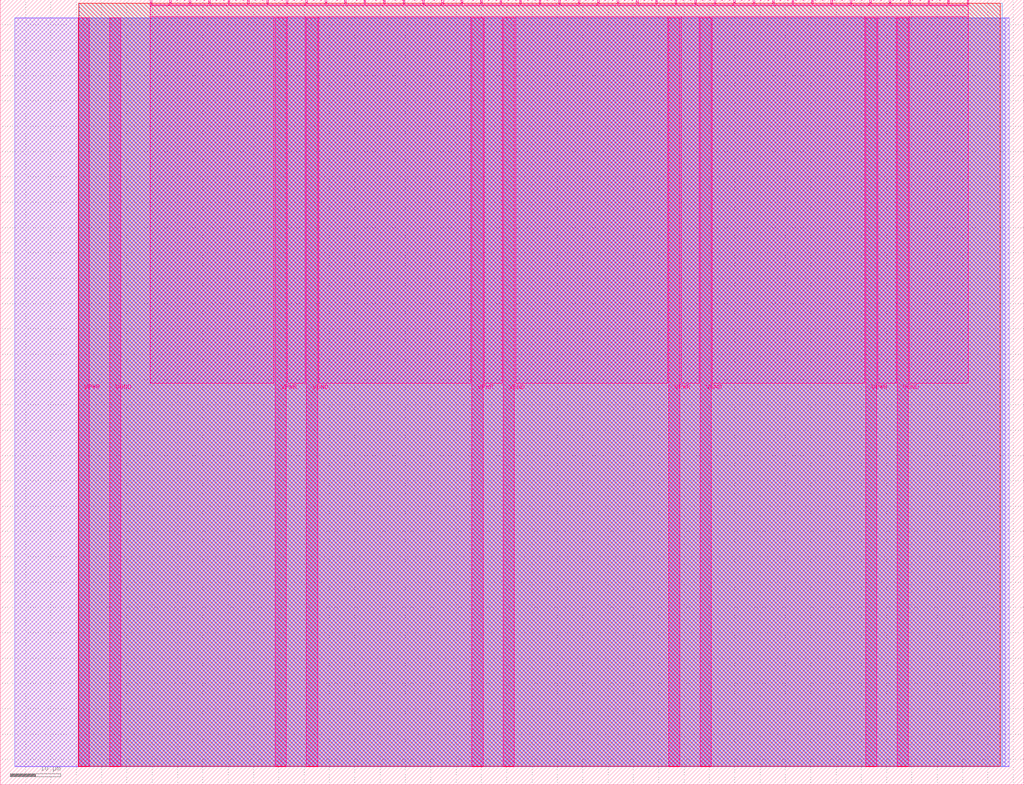
<source format=lef>
VERSION 5.7 ;
  NOWIREEXTENSIONATPIN ON ;
  DIVIDERCHAR "/" ;
  BUSBITCHARS "[]" ;
MACRO tt_um_rejunity_decoder
  CLASS BLOCK ;
  FOREIGN tt_um_rejunity_decoder ;
  ORIGIN 0.000 0.000 ;
  SIZE 202.080 BY 154.980 ;
  PIN VGND
    DIRECTION INOUT ;
    USE GROUND ;
    PORT
      LAYER Metal5 ;
        RECT 21.580 3.560 23.780 151.420 ;
    END
    PORT
      LAYER Metal5 ;
        RECT 60.450 3.560 62.650 151.420 ;
    END
    PORT
      LAYER Metal5 ;
        RECT 99.320 3.560 101.520 151.420 ;
    END
    PORT
      LAYER Metal5 ;
        RECT 138.190 3.560 140.390 151.420 ;
    END
    PORT
      LAYER Metal5 ;
        RECT 177.060 3.560 179.260 151.420 ;
    END
  END VGND
  PIN VPWR
    DIRECTION INOUT ;
    USE POWER ;
    PORT
      LAYER Metal5 ;
        RECT 15.380 3.560 17.580 151.420 ;
    END
    PORT
      LAYER Metal5 ;
        RECT 54.250 3.560 56.450 151.420 ;
    END
    PORT
      LAYER Metal5 ;
        RECT 93.120 3.560 95.320 151.420 ;
    END
    PORT
      LAYER Metal5 ;
        RECT 131.990 3.560 134.190 151.420 ;
    END
    PORT
      LAYER Metal5 ;
        RECT 170.860 3.560 173.060 151.420 ;
    END
  END VPWR
  PIN clk
    DIRECTION INPUT ;
    USE SIGNAL ;
    PORT
      LAYER Metal5 ;
        RECT 187.050 153.980 187.350 154.980 ;
    END
  END clk
  PIN ena
    DIRECTION INPUT ;
    USE SIGNAL ;
    ANTENNAGATEAREA 0.213200 ;
    PORT
      LAYER Metal5 ;
        RECT 190.890 153.980 191.190 154.980 ;
    END
  END ena
  PIN rst_n
    DIRECTION INPUT ;
    USE SIGNAL ;
    PORT
      LAYER Metal5 ;
        RECT 183.210 153.980 183.510 154.980 ;
    END
  END rst_n
  PIN ui_in[0]
    DIRECTION INPUT ;
    USE SIGNAL ;
    ANTENNAGATEAREA 0.180700 ;
    PORT
      LAYER Metal5 ;
        RECT 179.370 153.980 179.670 154.980 ;
    END
  END ui_in[0]
  PIN ui_in[1]
    DIRECTION INPUT ;
    USE SIGNAL ;
    ANTENNAGATEAREA 0.213200 ;
    PORT
      LAYER Metal5 ;
        RECT 175.530 153.980 175.830 154.980 ;
    END
  END ui_in[1]
  PIN ui_in[2]
    DIRECTION INPUT ;
    USE SIGNAL ;
    ANTENNAGATEAREA 0.213200 ;
    PORT
      LAYER Metal5 ;
        RECT 171.690 153.980 171.990 154.980 ;
    END
  END ui_in[2]
  PIN ui_in[3]
    DIRECTION INPUT ;
    USE SIGNAL ;
    ANTENNAGATEAREA 0.393900 ;
    PORT
      LAYER Metal5 ;
        RECT 167.850 153.980 168.150 154.980 ;
    END
  END ui_in[3]
  PIN ui_in[4]
    DIRECTION INPUT ;
    USE SIGNAL ;
    ANTENNAGATEAREA 0.393900 ;
    PORT
      LAYER Metal5 ;
        RECT 164.010 153.980 164.310 154.980 ;
    END
  END ui_in[4]
  PIN ui_in[5]
    DIRECTION INPUT ;
    USE SIGNAL ;
    ANTENNAGATEAREA 0.213200 ;
    PORT
      LAYER Metal5 ;
        RECT 160.170 153.980 160.470 154.980 ;
    END
  END ui_in[5]
  PIN ui_in[6]
    DIRECTION INPUT ;
    USE SIGNAL ;
    ANTENNAGATEAREA 0.213200 ;
    PORT
      LAYER Metal5 ;
        RECT 156.330 153.980 156.630 154.980 ;
    END
  END ui_in[6]
  PIN ui_in[7]
    DIRECTION INPUT ;
    USE SIGNAL ;
    ANTENNAGATEAREA 0.213200 ;
    PORT
      LAYER Metal5 ;
        RECT 152.490 153.980 152.790 154.980 ;
    END
  END ui_in[7]
  PIN uio_in[0]
    DIRECTION INPUT ;
    USE SIGNAL ;
    PORT
      LAYER Metal5 ;
        RECT 148.650 153.980 148.950 154.980 ;
    END
  END uio_in[0]
  PIN uio_in[1]
    DIRECTION INPUT ;
    USE SIGNAL ;
    PORT
      LAYER Metal5 ;
        RECT 144.810 153.980 145.110 154.980 ;
    END
  END uio_in[1]
  PIN uio_in[2]
    DIRECTION INPUT ;
    USE SIGNAL ;
    PORT
      LAYER Metal5 ;
        RECT 140.970 153.980 141.270 154.980 ;
    END
  END uio_in[2]
  PIN uio_in[3]
    DIRECTION INPUT ;
    USE SIGNAL ;
    PORT
      LAYER Metal5 ;
        RECT 137.130 153.980 137.430 154.980 ;
    END
  END uio_in[3]
  PIN uio_in[4]
    DIRECTION INPUT ;
    USE SIGNAL ;
    PORT
      LAYER Metal5 ;
        RECT 133.290 153.980 133.590 154.980 ;
    END
  END uio_in[4]
  PIN uio_in[5]
    DIRECTION INPUT ;
    USE SIGNAL ;
    PORT
      LAYER Metal5 ;
        RECT 129.450 153.980 129.750 154.980 ;
    END
  END uio_in[5]
  PIN uio_in[6]
    DIRECTION INPUT ;
    USE SIGNAL ;
    PORT
      LAYER Metal5 ;
        RECT 125.610 153.980 125.910 154.980 ;
    END
  END uio_in[6]
  PIN uio_in[7]
    DIRECTION INPUT ;
    USE SIGNAL ;
    ANTENNAGATEAREA 0.213200 ;
    PORT
      LAYER Metal5 ;
        RECT 121.770 153.980 122.070 154.980 ;
    END
  END uio_in[7]
  PIN uio_oe[0]
    DIRECTION OUTPUT ;
    USE SIGNAL ;
    ANTENNADIFFAREA 0.392700 ;
    PORT
      LAYER Metal5 ;
        RECT 56.490 153.980 56.790 154.980 ;
    END
  END uio_oe[0]
  PIN uio_oe[1]
    DIRECTION OUTPUT ;
    USE SIGNAL ;
    ANTENNADIFFAREA 0.392700 ;
    PORT
      LAYER Metal5 ;
        RECT 52.650 153.980 52.950 154.980 ;
    END
  END uio_oe[1]
  PIN uio_oe[2]
    DIRECTION OUTPUT ;
    USE SIGNAL ;
    ANTENNADIFFAREA 0.392700 ;
    PORT
      LAYER Metal5 ;
        RECT 48.810 153.980 49.110 154.980 ;
    END
  END uio_oe[2]
  PIN uio_oe[3]
    DIRECTION OUTPUT ;
    USE SIGNAL ;
    ANTENNADIFFAREA 0.392700 ;
    PORT
      LAYER Metal5 ;
        RECT 44.970 153.980 45.270 154.980 ;
    END
  END uio_oe[3]
  PIN uio_oe[4]
    DIRECTION OUTPUT ;
    USE SIGNAL ;
    ANTENNADIFFAREA 0.392700 ;
    PORT
      LAYER Metal5 ;
        RECT 41.130 153.980 41.430 154.980 ;
    END
  END uio_oe[4]
  PIN uio_oe[5]
    DIRECTION OUTPUT ;
    USE SIGNAL ;
    ANTENNADIFFAREA 0.392700 ;
    PORT
      LAYER Metal5 ;
        RECT 37.290 153.980 37.590 154.980 ;
    END
  END uio_oe[5]
  PIN uio_oe[6]
    DIRECTION OUTPUT ;
    USE SIGNAL ;
    ANTENNADIFFAREA 0.392700 ;
    PORT
      LAYER Metal5 ;
        RECT 33.450 153.980 33.750 154.980 ;
    END
  END uio_oe[6]
  PIN uio_oe[7]
    DIRECTION OUTPUT ;
    USE SIGNAL ;
    ANTENNADIFFAREA 0.299200 ;
    PORT
      LAYER Metal5 ;
        RECT 29.610 153.980 29.910 154.980 ;
    END
  END uio_oe[7]
  PIN uio_out[0]
    DIRECTION OUTPUT ;
    USE SIGNAL ;
    ANTENNADIFFAREA 1.146800 ;
    PORT
      LAYER Metal5 ;
        RECT 87.210 153.980 87.510 154.980 ;
    END
  END uio_out[0]
  PIN uio_out[1]
    DIRECTION OUTPUT ;
    USE SIGNAL ;
    ANTENNADIFFAREA 0.958400 ;
    PORT
      LAYER Metal5 ;
        RECT 83.370 153.980 83.670 154.980 ;
    END
  END uio_out[1]
  PIN uio_out[2]
    DIRECTION OUTPUT ;
    USE SIGNAL ;
    ANTENNADIFFAREA 1.124800 ;
    PORT
      LAYER Metal5 ;
        RECT 79.530 153.980 79.830 154.980 ;
    END
  END uio_out[2]
  PIN uio_out[3]
    DIRECTION OUTPUT ;
    USE SIGNAL ;
    ANTENNADIFFAREA 0.677200 ;
    PORT
      LAYER Metal5 ;
        RECT 75.690 153.980 75.990 154.980 ;
    END
  END uio_out[3]
  PIN uio_out[4]
    DIRECTION OUTPUT ;
    USE SIGNAL ;
    ANTENNADIFFAREA 0.299200 ;
    PORT
      LAYER Metal5 ;
        RECT 71.850 153.980 72.150 154.980 ;
    END
  END uio_out[4]
  PIN uio_out[5]
    DIRECTION OUTPUT ;
    USE SIGNAL ;
    ANTENNADIFFAREA 0.299200 ;
    PORT
      LAYER Metal5 ;
        RECT 68.010 153.980 68.310 154.980 ;
    END
  END uio_out[5]
  PIN uio_out[6]
    DIRECTION OUTPUT ;
    USE SIGNAL ;
    ANTENNADIFFAREA 0.299200 ;
    PORT
      LAYER Metal5 ;
        RECT 64.170 153.980 64.470 154.980 ;
    END
  END uio_out[6]
  PIN uio_out[7]
    DIRECTION OUTPUT ;
    USE SIGNAL ;
    ANTENNADIFFAREA 0.299200 ;
    PORT
      LAYER Metal5 ;
        RECT 60.330 153.980 60.630 154.980 ;
    END
  END uio_out[7]
  PIN uo_out[0]
    DIRECTION OUTPUT ;
    USE SIGNAL ;
    ANTENNADIFFAREA 1.135700 ;
    PORT
      LAYER Metal5 ;
        RECT 117.930 153.980 118.230 154.980 ;
    END
  END uo_out[0]
  PIN uo_out[1]
    DIRECTION OUTPUT ;
    USE SIGNAL ;
    ANTENNADIFFAREA 0.677200 ;
    PORT
      LAYER Metal5 ;
        RECT 114.090 153.980 114.390 154.980 ;
    END
  END uo_out[1]
  PIN uo_out[2]
    DIRECTION OUTPUT ;
    USE SIGNAL ;
    ANTENNADIFFAREA 0.677200 ;
    PORT
      LAYER Metal5 ;
        RECT 110.250 153.980 110.550 154.980 ;
    END
  END uo_out[2]
  PIN uo_out[3]
    DIRECTION OUTPUT ;
    USE SIGNAL ;
    ANTENNADIFFAREA 0.958400 ;
    PORT
      LAYER Metal5 ;
        RECT 106.410 153.980 106.710 154.980 ;
    END
  END uo_out[3]
  PIN uo_out[4]
    DIRECTION OUTPUT ;
    USE SIGNAL ;
    ANTENNADIFFAREA 0.662000 ;
    PORT
      LAYER Metal5 ;
        RECT 102.570 153.980 102.870 154.980 ;
    END
  END uo_out[4]
  PIN uo_out[5]
    DIRECTION OUTPUT ;
    USE SIGNAL ;
    ANTENNADIFFAREA 1.124800 ;
    PORT
      LAYER Metal5 ;
        RECT 98.730 153.980 99.030 154.980 ;
    END
  END uo_out[5]
  PIN uo_out[6]
    DIRECTION OUTPUT ;
    USE SIGNAL ;
    ANTENNADIFFAREA 1.135600 ;
    PORT
      LAYER Metal5 ;
        RECT 94.890 153.980 95.190 154.980 ;
    END
  END uo_out[6]
  PIN uo_out[7]
    DIRECTION OUTPUT ;
    USE SIGNAL ;
    ANTENNADIFFAREA 0.677200 ;
    PORT
      LAYER Metal5 ;
        RECT 91.050 153.980 91.350 154.980 ;
    END
  END uo_out[7]
  OBS
      LAYER GatPoly ;
        RECT 2.880 3.630 199.200 151.350 ;
      LAYER Metal1 ;
        RECT 2.880 3.560 199.200 151.420 ;
      LAYER Metal2 ;
        RECT 15.515 3.680 198.385 151.300 ;
      LAYER Metal3 ;
        RECT 15.560 3.635 197.860 154.285 ;
      LAYER Metal4 ;
        RECT 15.515 3.680 197.425 154.240 ;
      LAYER Metal5 ;
        RECT 30.120 153.770 33.240 153.980 ;
        RECT 33.960 153.770 37.080 153.980 ;
        RECT 37.800 153.770 40.920 153.980 ;
        RECT 41.640 153.770 44.760 153.980 ;
        RECT 45.480 153.770 48.600 153.980 ;
        RECT 49.320 153.770 52.440 153.980 ;
        RECT 53.160 153.770 56.280 153.980 ;
        RECT 57.000 153.770 60.120 153.980 ;
        RECT 60.840 153.770 63.960 153.980 ;
        RECT 64.680 153.770 67.800 153.980 ;
        RECT 68.520 153.770 71.640 153.980 ;
        RECT 72.360 153.770 75.480 153.980 ;
        RECT 76.200 153.770 79.320 153.980 ;
        RECT 80.040 153.770 83.160 153.980 ;
        RECT 83.880 153.770 87.000 153.980 ;
        RECT 87.720 153.770 90.840 153.980 ;
        RECT 91.560 153.770 94.680 153.980 ;
        RECT 95.400 153.770 98.520 153.980 ;
        RECT 99.240 153.770 102.360 153.980 ;
        RECT 103.080 153.770 106.200 153.980 ;
        RECT 106.920 153.770 110.040 153.980 ;
        RECT 110.760 153.770 113.880 153.980 ;
        RECT 114.600 153.770 117.720 153.980 ;
        RECT 118.440 153.770 121.560 153.980 ;
        RECT 122.280 153.770 125.400 153.980 ;
        RECT 126.120 153.770 129.240 153.980 ;
        RECT 129.960 153.770 133.080 153.980 ;
        RECT 133.800 153.770 136.920 153.980 ;
        RECT 137.640 153.770 140.760 153.980 ;
        RECT 141.480 153.770 144.600 153.980 ;
        RECT 145.320 153.770 148.440 153.980 ;
        RECT 149.160 153.770 152.280 153.980 ;
        RECT 153.000 153.770 156.120 153.980 ;
        RECT 156.840 153.770 159.960 153.980 ;
        RECT 160.680 153.770 163.800 153.980 ;
        RECT 164.520 153.770 167.640 153.980 ;
        RECT 168.360 153.770 171.480 153.980 ;
        RECT 172.200 153.770 175.320 153.980 ;
        RECT 176.040 153.770 179.160 153.980 ;
        RECT 179.880 153.770 183.000 153.980 ;
        RECT 183.720 153.770 186.840 153.980 ;
        RECT 187.560 153.770 190.680 153.980 ;
        RECT 29.660 151.630 191.140 153.770 ;
        RECT 29.660 79.235 54.040 151.630 ;
        RECT 56.660 79.235 60.240 151.630 ;
        RECT 62.860 79.235 92.910 151.630 ;
        RECT 95.530 79.235 99.110 151.630 ;
        RECT 101.730 79.235 131.780 151.630 ;
        RECT 134.400 79.235 137.980 151.630 ;
        RECT 140.600 79.235 170.650 151.630 ;
        RECT 173.270 79.235 176.850 151.630 ;
        RECT 179.470 79.235 191.140 151.630 ;
  END
END tt_um_rejunity_decoder
END LIBRARY


</source>
